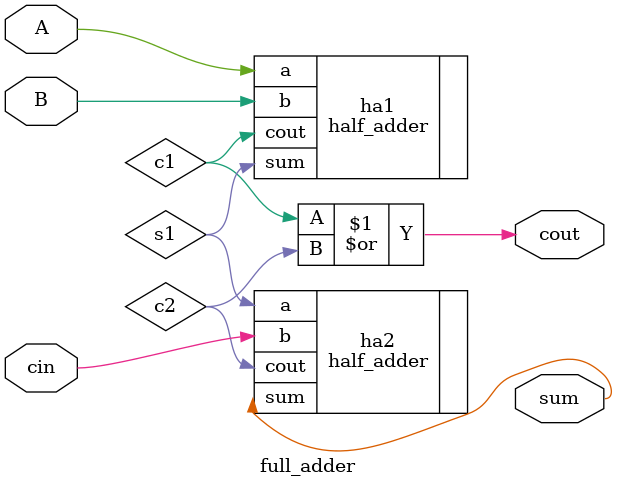
<source format=v>
`include "../half_adder/half_adder.v"

module full_adder
(
    input A, B, cin,
    output sum, cout
);

    wire s1, c1, c2;

    half_adder ha1 (
        .a(A),
        .b(B),
        .sum(s1),
        .cout(c1)
    );

    half_adder ha2 (
        .a(s1),
        .b(cin),
        .sum(sum),
        .cout(c2)
    );

    assign cout = c1 | c2;

endmodule
</source>
